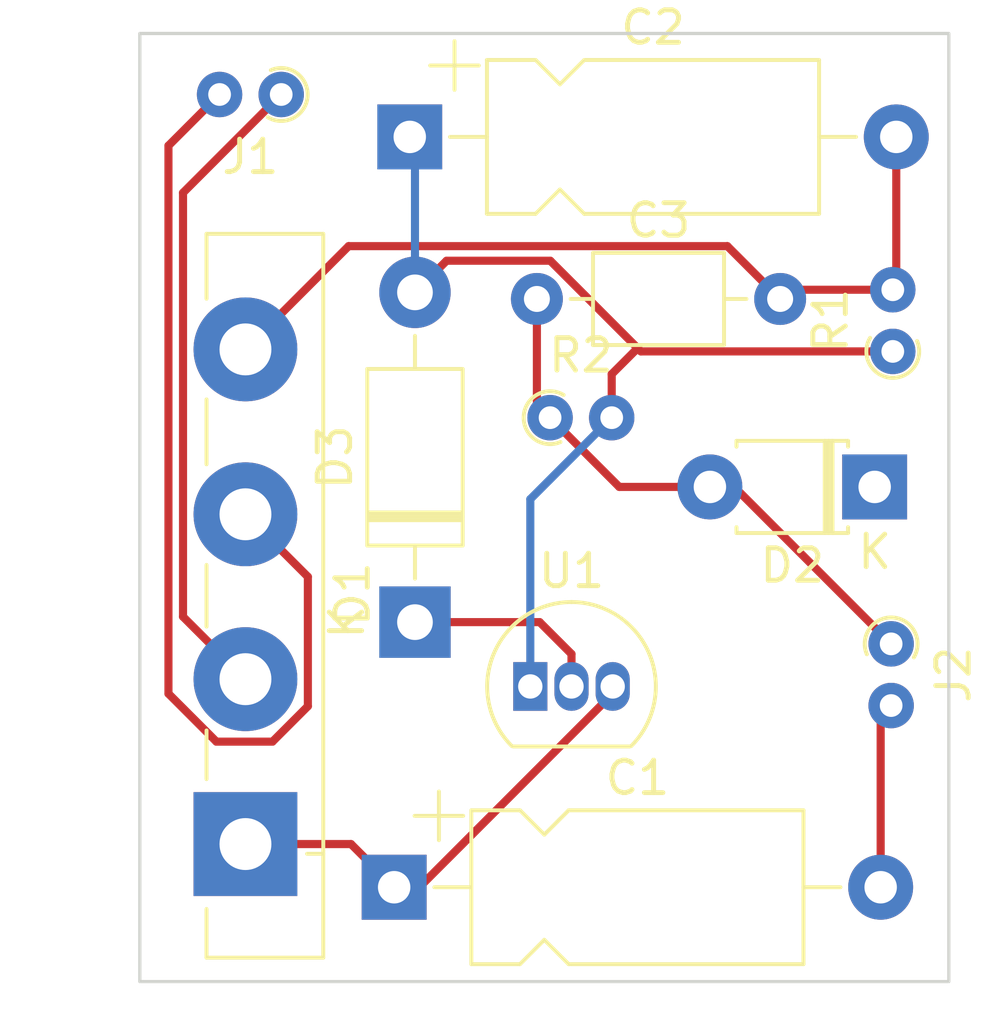
<source format=kicad_pcb>
(kicad_pcb (version 20211014) (generator pcbnew)
  (layers (0 "F.Cu" signal) (31 "B.Cu" signal) (34 "B.Paste" user) (35 "F.Paste" user) (36 "B.SilkS" user "B.Silkscreen") (37 "F.SilkS" user "F.Silkscreen") (38 "B.Mask" user) (39 "F.Mask" user) (44 "Edge.Cuts" user))
  (net 0 "")
  (net 1 "Net-(C1-Pad1)")
  (net 2 "Net-(C1-Pad2)")
  (net 3 "Net-(C2-Pad1)")
  (net 4 "Net-(C3-Pad1)")
  (net 5 "Net-(D1-Pad3)")
  (net 6 "Net-(D1-Pad2)")
  (footprint "Resistor_THT:R_Axial_DIN0204_L3.6mm_D1.6mm_P1.90mm_Vertical" (layer "F.Cu") (at 156.5148 74.787 -90)
    (fp_text reference "J2" (at 0.95 -1.92 90) (layer "F.SilkS"))
    (fp_text value "Conn_01x02_Female")
    (fp_arc (start 0.320095 0.749359) (mid -0.813042 -0.054435) (end 0.417133 -0.7) (layer "F.SilkS") (width 0.12))
    (pad "1" thru_hole circle locked (at 0 0 270) (size 1.4 1.4) (drill 0.7) (layers *.Cu *.Mask) (net 4 "Net-(C3-Pad1)"))
    (pad "2" thru_hole oval locked (at 1.9 0 270) (size 1.4 1.4) (drill 0.7) (layers *.Cu *.Mask) (net 2 "Net-(C1-Pad2)"))
  )
  (footprint "Capacitor_THT:CP_Axial_L10.0mm_D4.5mm_P15.00mm_Horizontal" (layer "F.Cu") (at 141.1916 82.2845)
    (fp_text reference "C1" (at 7.5 -3.37) (layer "F.SilkS"))
    (fp_text value "1000uF")
    (fp_line (start 5.38 -2.37) (end 12.62 -2.37) (layer "F.SilkS") (width 0.12))
    (fp_line (start 2.38 2.37) (end 3.88 2.37) (layer "F.SilkS") (width 0.12))
    (fp_line (start 0.63 -2.2) (end 2.13 -2.2) (layer "F.SilkS") (width 0.12))
    (fp_line (start 4.63 -1.62) (end 5.38 -2.37) (layer "F.SilkS") (width 0.12))
    (fp_line (start 3.88 2.37) (end 4.63 1.62) (layer "F.SilkS") (width 0.12))
    (fp_line (start 1.24 0) (end 2.38 0) (layer "F.SilkS") (width 0.12))
    (fp_line (start 1.38 -2.95) (end 1.38 -1.45) (layer "F.SilkS") (width 0.12))
    (fp_line (start 12.62 -2.37) (end 12.62 2.37) (layer "F.SilkS") (width 0.12))
    (fp_line (start 5.38 2.37) (end 12.62 2.37) (layer "F.SilkS") (width 0.12))
    (fp_line (start 2.38 -2.37) (end 3.88 -2.37) (layer "F.SilkS") (width 0.12))
    (fp_line (start 4.63 1.62) (end 5.38 2.37) (layer "F.SilkS") (width 0.12))
    (fp_line (start 3.88 -2.37) (end 4.63 -1.62) (layer "F.SilkS") (width 0.12))
    (fp_line (start 13.76 0) (end 12.62 0) (layer "F.SilkS") (width 0.12))
    (fp_line (start 2.38 -2.37) (end 2.38 2.37) (layer "F.SilkS") (width 0.12))
    (pad "1" thru_hole rect locked (at 0 0) (size 2 2) (drill 1) (layers *.Cu *.Mask) (net 1 "Net-(C1-Pad1)"))
    (pad "2" thru_hole oval locked (at 15 0) (size 2 2) (drill 1) (layers *.Cu *.Mask) (net 2 "Net-(C1-Pad2)"))
  )
  (footprint "Resistor_THT:R_Axial_DIN0204_L3.6mm_D1.6mm_P1.90mm_Vertical" (layer "F.Cu") (at 156.5656 65.7766 90)
    (fp_text reference "R1" (at 0.95 -1.92 90) (layer "F.SilkS"))
    (fp_text value "330")
    (fp_arc (start 0.320095 0.749359) (mid -0.813042 -0.054435) (end 0.417133 -0.7) (layer "F.SilkS") (width 0.12))
    (pad "1" thru_hole circle locked (at 0 0 90) (size 1.4 1.4) (drill 0.7) (layers *.Cu *.Mask) (net 3 "Net-(C2-Pad1)"))
    (pad "2" thru_hole oval locked (at 1.9 0 90) (size 1.4 1.4) (drill 0.7) (layers *.Cu *.Mask) (net 2 "Net-(C1-Pad2)"))
  )
  (footprint "Capacitor_THT:CP_Axial_L10.0mm_D4.5mm_P15.00mm_Horizontal" (layer "F.Cu") (at 141.6728 59.1681)
    (fp_text reference "C2" (at 7.5 -3.37) (layer "F.SilkS"))
    (fp_text value "10uF")
    (fp_line (start 0.63 -2.2) (end 2.13 -2.2) (layer "F.SilkS") (width 0.12))
    (fp_line (start 2.38 2.37) (end 3.88 2.37) (layer "F.SilkS") (width 0.12))
    (fp_line (start 13.76 0) (end 12.62 0) (layer "F.SilkS") (width 0.12))
    (fp_line (start 3.88 2.37) (end 4.63 1.62) (layer "F.SilkS") (width 0.12))
    (fp_line (start 2.38 -2.37) (end 2.38 2.37) (layer "F.SilkS") (width 0.12))
    (fp_line (start 4.63 -1.62) (end 5.38 -2.37) (layer "F.SilkS") (width 0.12))
    (fp_line (start 5.38 2.37) (end 12.62 2.37) (layer "F.SilkS") (width 0.12))
    (fp_line (start 2.38 -2.37) (end 3.88 -2.37) (layer "F.SilkS") (width 0.12))
    (fp_line (start 1.38 -2.95) (end 1.38 -1.45) (layer "F.SilkS") (width 0.12))
    (fp_line (start 4.63 1.62) (end 5.38 2.37) (layer "F.SilkS") (width 0.12))
    (fp_line (start 12.62 -2.37) (end 12.62 2.37) (layer "F.SilkS") (width 0.12))
    (fp_line (start 3.88 -2.37) (end 4.63 -1.62) (layer "F.SilkS") (width 0.12))
    (fp_line (start 1.24 0) (end 2.38 0) (layer "F.SilkS") (width 0.12))
    (fp_line (start 5.38 -2.37) (end 12.62 -2.37) (layer "F.SilkS") (width 0.12))
    (pad "1" thru_hole rect locked (at 0 0) (size 2 2) (drill 1) (layers *.Cu *.Mask) (net 3 "Net-(C2-Pad1)"))
    (pad "2" thru_hole oval locked (at 15 0) (size 2 2) (drill 1) (layers *.Cu *.Mask) (net 2 "Net-(C1-Pad2)"))
  )
  (footprint "Resistor_THT:R_Axial_DIN0204_L3.6mm_D1.6mm_P1.90mm_Vertical" (layer "F.Cu") (at 145.9992 67.818)
    (fp_text reference "R2" (at 0.95 -1.92) (layer "F.SilkS"))
    (fp_text value "240")
    (fp_arc (start 0.320095 0.749359) (mid -0.813042 -0.054435) (end 0.417133 -0.7) (layer "F.SilkS") (width 0.12))
    (pad "1" thru_hole circle locked (at 0 0) (size 1.4 1.4) (drill 0.7) (layers *.Cu *.Mask) (net 4 "Net-(C3-Pad1)"))
    (pad "2" thru_hole oval locked (at 1.9 0) (size 1.4 1.4) (drill 0.7) (layers *.Cu *.Mask) (net 3 "Net-(C2-Pad1)"))
  )
  (footprint "Capacitor_THT:C_Axial_L3.8mm_D2.6mm_P7.50mm_Horizontal" (layer "F.Cu") (at 145.5928 64.1604)
    (fp_text reference "C3" (at 3.75 -2.42) (layer "F.SilkS"))
    (fp_text value "1uF")
    (fp_line (start 6.46 0) (end 5.77 0) (layer "F.SilkS") (width 0.12))
    (fp_line (start 1.73 1.42) (end 5.77 1.42) (layer "F.SilkS") (width 0.12))
    (fp_line (start 5.77 -1.42) (end 1.73 -1.42) (layer "F.SilkS") (width 0.12))
    (fp_line (start 1.73 -1.42) (end 1.73 1.42) (layer "F.SilkS") (width 0.12))
    (fp_line (start 5.77 1.42) (end 5.77 -1.42) (layer "F.SilkS") (width 0.12))
    (fp_line (start 1.04 0) (end 1.73 0) (layer "F.SilkS") (width 0.12))
    (pad "1" thru_hole circle locked (at 0 0) (size 1.6 1.6) (drill 0.8) (layers *.Cu *.Mask) (net 4 "Net-(C3-Pad1)"))
    (pad "2" thru_hole oval locked (at 7.5 0) (size 1.6 1.6) (drill 0.8) (layers *.Cu *.Mask) (net 2 "Net-(C1-Pad2)"))
  )
  (footprint "Resistor_THT:R_Axial_DIN0204_L3.6mm_D1.6mm_P1.90mm_Vertical" (layer "F.Cu") (at 137.7094 57.8612 180)
    (fp_text reference "J1" (at 0.95 -1.92) (layer "F.SilkS"))
    (fp_text value "Conn_01x02_Female")
    (fp_arc (start 0.320095 0.749359) (mid -0.813042 -0.054435) (end 0.417133 -0.7) (layer "F.SilkS") (width 0.12))
    (pad "1" thru_hole circle locked (at 0 0 180) (size 1.4 1.4) (drill 0.7) (layers *.Cu *.Mask) (net 6 "Net-(D1-Pad2)"))
    (pad "2" thru_hole oval locked (at 1.9 0 180) (size 1.4 1.4) (drill 0.7) (layers *.Cu *.Mask) (net 5 "Net-(D1-Pad3)"))
  )
  (footprint "Diode_THT:Diode_Bridge_Vishay_GBU" (layer "F.Cu") (at 136.6068 80.9544 90)
    (fp_text reference "D1" (at 7.7 3.3 90) (layer "F.SilkS"))
    (fp_text value "GBU4B")
    (fp_line (start 18.8 2.4) (end -3.5 2.4) (layer "F.SilkS") (width 0.12))
    (fp_line (start 2 -1.2) (end 3.5 -1.2) (layer "F.SilkS") (width 0.12))
    (fp_line (start -3.5 -1.2) (end -2 -1.2) (layer "F.SilkS") (width 0.12))
    (fp_line (start 16.8 -1.2) (end 18.8 -1.2) (layer "F.SilkS") (width 0.12))
    (fp_line (start 11.7 -1.2) (end 13.7 -1.2) (layer "F.SilkS") (width 0.12))
    (fp_line (start -3.5 2.4) (end -3.5 -1.2) (layer "F.SilkS") (width 0.12))
    (fp_line (start 18.8 -1.2) (end 18.8 2.4) (layer "F.SilkS") (width 0.12))
    (fp_line (start -0.3 2.4) (end -0.3 1.9) (layer "F.SilkS") (width 0.12))
    (fp_line (start 6.7 -1.2) (end 8.6 -1.2) (layer "F.SilkS") (width 0.12))
    (pad "1" thru_hole rect locked (at 0 0 90) (size 3.2 3.2) (drill 1.6) (layers *.Cu *.Mask) (net 1 "Net-(C1-Pad1)"))
    (pad "2" thru_hole circle locked (at 5.08 0 90) (size 3.2 3.2) (drill 1.6) (layers *.Cu *.Mask) (net 6 "Net-(D1-Pad2)"))
    (pad "3" thru_hole circle locked (at 10.16 0 90) (size 3.2 3.2) (drill 1.6) (layers *.Cu *.Mask) (net 5 "Net-(D1-Pad3)"))
    (pad "4" thru_hole circle locked (at 15.24 0 90) (size 3.2 3.2) (drill 1.6) (layers *.Cu *.Mask) (net 2 "Net-(C1-Pad2)"))
  )
  (footprint "Package_TO_SOT_THT:TO-92_Inline" (layer "F.Cu") (at 145.3896 76.0984)
    (fp_text reference "U1" (at 1.27 -3.56) (layer "F.SilkS"))
    (fp_text value "LM317L_TO92")
    (fp_line (start -0.53 1.85) (end 3.07 1.85) (layer "F.SilkS") (width 0.12))
    (fp_arc (start 1.27 -2.6) (mid 3.672087 -0.994977) (end 3.108478 1.838478) (layer "F.SilkS") (width 0.12))
    (fp_arc (start -0.568478 1.838478) (mid -1.132087 -0.994977) (end 1.27 -2.6) (layer "F.SilkS") (width 0.12))
    (pad "1" thru_hole rect locked (at 0 0) (size 1.05 1.5) (drill 0.75) (layers *.Cu *.Mask) (net 3 "Net-(C2-Pad1)"))
    (pad "2" thru_hole oval locked (at 1.27 0) (size 1.05 1.5) (drill 0.75) (layers *.Cu *.Mask) (net 4 "Net-(C3-Pad1)"))
    (pad "3" thru_hole oval locked (at 2.54 0) (size 1.05 1.5) (drill 0.75) (layers *.Cu *.Mask) (net 1 "Net-(C1-Pad1)"))
  )
  (footprint "Diode_THT:D_T-1_P5.08mm_Horizontal" (layer "F.Cu") (at 156.0068 69.9516 180)
    (fp_text reference "D2" (at 2.54 -2.42) (layer "F.SilkS"))
    (fp_text value "1N4002")
    (fp_text user "K" (at 0 -2) (layer "F.SilkS"))
    (fp_line (start 1.3 -1.42) (end 1.3 1.42) (layer "F.SilkS") (width 0.12))
    (fp_line (start 0.82 -1.24) (end 0.82 -1.42) (layer "F.SilkS") (width 0.12))
    (fp_line (start 4.26 1.42) (end 4.26 1.24) (layer "F.SilkS") (width 0.12))
    (fp_line (start 0.82 -1.42) (end 4.26 -1.42) (layer "F.SilkS") (width 0.12))
    (fp_line (start 4.26 -1.42) (end 4.26 -1.24) (layer "F.SilkS") (width 0.12))
    (fp_line (start 0.82 1.24) (end 0.82 1.42) (layer "F.SilkS") (width 0.12))
    (fp_line (start 1.42 -1.42) (end 1.42 1.42) (layer "F.SilkS") (width 0.12))
    (fp_line (start 1.54 -1.42) (end 1.54 1.42) (layer "F.SilkS") (width 0.12))
    (fp_line (start 0.82 1.42) (end 4.26 1.42) (layer "F.SilkS") (width 0.12))
    (pad "1" thru_hole rect locked (at 0 0 180) (size 2 2) (drill 1) (layers *.Cu *.Mask) (net 1 "Net-(C1-Pad1)"))
    (pad "2" thru_hole oval locked (at 5.08 0 180) (size 2 2) (drill 1) (layers *.Cu *.Mask) (net 4 "Net-(C3-Pad1)"))
  )
  (footprint "Diode_THT:D_DO-41_SOD81_P10.16mm_Horizontal" (layer "F.Cu") (at 141.8336 74.1172 90)
    (fp_text reference "D3" (at 5.08 -2.47 90) (layer "F.SilkS"))
    (fp_text value "1N4002")
    (fp_text user "K" (at 0 -2.1 90) (layer "F.SilkS"))
    (fp_line (start 7.8 1.47) (end 7.8 -1.47) (layer "F.SilkS") (width 0.12))
    (fp_line (start 3.14 -1.47) (end 3.14 1.47) (layer "F.SilkS") (width 0.12))
    (fp_line (start 2.36 1.47) (end 7.8 1.47) (layer "F.SilkS") (width 0.12))
    (fp_line (start 8.82 0) (end 7.8 0) (layer "F.SilkS") (width 0.12))
    (fp_line (start 3.38 -1.47) (end 3.38 1.47) (layer "F.SilkS") (width 0.12))
    (fp_line (start 1.34 0) (end 2.36 0) (layer "F.SilkS") (width 0.12))
    (fp_line (start 7.8 -1.47) (end 2.36 -1.47) (layer "F.SilkS") (width 0.12))
    (fp_line (start 2.36 -1.47) (end 2.36 1.47) (layer "F.SilkS") (width 0.12))
    (fp_line (start 3.26 -1.47) (end 3.26 1.47) (layer "F.SilkS") (width 0.12))
    (pad "1" thru_hole rect locked (at 0 0 90) (size 2.2 2.2) (drill 1.1) (layers *.Cu *.Mask) (net 4 "Net-(C3-Pad1)"))
    (pad "2" thru_hole oval locked (at 10.16 0 90) (size 2.2 2.2) (drill 1.1) (layers *.Cu *.Mask) (net 3 "Net-(C2-Pad1)"))
  )
  (gr_rect (start 158.2928 55.9816) (end 133.35 85.1916) (layer "Edge.Cuts") (width 0.1) (fill none))
  (segment (start 147.9296 76.0984) (end 147.9296 76.3234) (width 0.25) (layer "F.Cu") (net 1))
  (segment (start 136.6068 80.9544) (end 139.8615 80.9544) (width 0.25) (layer "F.Cu") (net 1))
  (segment (start 139.8615 80.9544) (end 141.1916 82.2845) (width 0.25) (layer "F.Cu") (net 1))
  (segment (start 141.9685 82.2845) (end 141.1916 82.2845) (width 0.25) (layer "F.Cu") (net 1))
  (segment (start 147.9296 76.3234) (end 141.9685 82.2845) (width 0.25) (layer "F.Cu") (net 1))
  (segment (start 153.3766 63.8766) (end 153.0928 64.1604) (width 0.25) (layer "F.Cu") (net 2))
  (segment (start 156.6728 59.1681) (end 156.6728 63.7694) (width 0.25) (layer "F.Cu") (net 2))
  (segment (start 156.1916 82.2845) (end 156.1916 77.0102) (width 0.25) (layer "F.Cu") (net 2))
  (segment (start 156.6728 63.7694) (end 156.5656 63.8766) (width 0.25) (layer "F.Cu") (net 2))
  (segment (start 153.0928 64.1604) (end 151.465089 62.532689) (width 0.25) (layer "F.Cu") (net 2))
  (segment (start 139.788511 62.532689) (end 136.6068 65.7144) (width 0.25) (layer "F.Cu") (net 2))
  (segment (start 156.5656 63.8766) (end 153.3766 63.8766) (width 0.25) (layer "F.Cu") (net 2))
  (segment (start 151.465089 62.532689) (end 139.788511 62.532689) (width 0.25) (layer "F.Cu") (net 2))
  (segment (start 156.1916 77.0102) (end 156.5148 76.687) (width 0.25) (layer "F.Cu") (net 2))
  (segment (start 148.7993 65.7766) (end 148.69935 65.67665) (width 0.25) (layer "F.Cu") (net 3))
  (segment (start 146.004909 62.982209) (end 142.808591 62.982209) (width 0.25) (layer "F.Cu") (net 3))
  (segment (start 156.5656 65.7766) (end 148.7993 65.7766) (width 0.25) (layer "F.Cu") (net 3))
  (segment (start 142.808591 62.982209) (end 141.8336 63.9572) (width 0.25) (layer "F.Cu") (net 3))
  (segment (start 148.69935 65.67665) (end 146.004909 62.982209) (width 0.25) (layer "F.Cu") (net 3))
  (segment (start 147.8992 66.4768) (end 148.69935 65.67665) (width 0.25) (layer "F.Cu") (net 3))
  (segment (start 147.8992 67.818) (end 147.8992 66.4768) (width 0.25) (layer "F.Cu") (net 3))
  (segment (start 145.3896 70.3276) (end 147.8992 67.818) (width 0.25) (layer "B.Cu") (net 3))
  (segment (start 141.8336 59.3289) (end 141.6728 59.1681) (width 0.25) (layer "B.Cu") (net 3))
  (segment (start 141.8336 63.9572) (end 141.8336 59.3289) (width 0.25) (layer "B.Cu") (net 3))
  (segment (start 145.3896 76.0984) (end 145.3896 70.3276) (width 0.25) (layer "B.Cu") (net 3))
  (segment (start 145.6784 74.1172) (end 141.8336 74.1172) (width 0.25) (layer "F.Cu") (net 4))
  (segment (start 151.6794 69.9516) (end 150.9268 69.9516) (width 0.25) (layer "F.Cu") (net 4))
  (segment (start 148.1328 69.9516) (end 145.9992 67.818) (width 0.25) (layer "F.Cu") (net 4))
  (segment (start 150.9268 69.9516) (end 148.1328 69.9516) (width 0.25) (layer "F.Cu") (net 4))
  (segment (start 146.6596 76.0984) (end 146.6596 75.0984) (width 0.25) (layer "F.Cu") (net 4))
  (segment (start 145.5928 64.1604) (end 145.5928 67.4116) (width 0.25) (layer "F.Cu") (net 4))
  (segment (start 145.5928 67.4116) (end 145.9992 67.818) (width 0.25) (layer "F.Cu") (net 4))
  (segment (start 146.6596 75.0984) (end 145.6784 74.1172) (width 0.25) (layer "F.Cu") (net 4))
  (segment (start 156.5148 74.787) (end 151.6794 69.9516) (width 0.25) (layer "F.Cu") (net 4))
  (segment (start 138.531311 76.708289) (end 138.531311 72.718911) (width 0.25) (layer "F.Cu") (net 5))
  (segment (start 135.8094 57.8612) (end 134.232769 59.437831) (width 0.25) (layer "F.Cu") (net 5))
  (segment (start 138.531311 72.718911) (end 136.6068 70.7944) (width 0.25) (layer "F.Cu") (net 5))
  (segment (start 135.710911 77.798911) (end 137.440689 77.798911) (width 0.25) (layer "F.Cu") (net 5))
  (segment (start 134.232769 76.320769) (end 135.710911 77.798911) (width 0.25) (layer "F.Cu") (net 5))
  (segment (start 134.232769 59.437831) (end 134.232769 76.320769) (width 0.25) (layer "F.Cu") (net 5))
  (segment (start 137.440689 77.798911) (end 138.531311 76.708289) (width 0.25) (layer "F.Cu") (net 5))
  (segment (start 134.682289 73.949889) (end 136.6068 75.8744) (width 0.25) (layer "F.Cu") (net 6))
  (segment (start 137.7094 57.8612) (end 134.682289 60.888311) (width 0.25) (layer "F.Cu") (net 6))
  (segment (start 134.682289 60.888311) (end 134.682289 73.949889) (width 0.25) (layer "F.Cu") (net 6))
)
</source>
